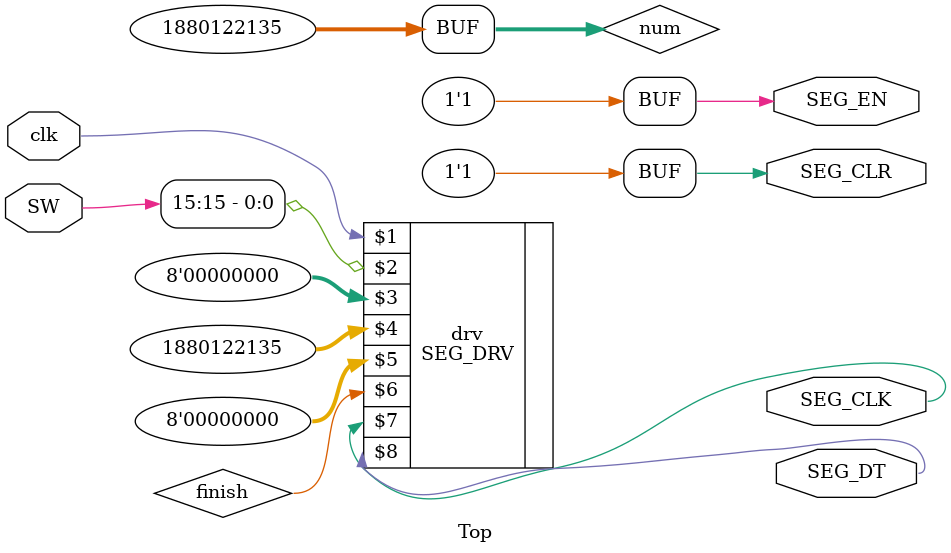
<source format=v>
`include "./Components/register/ShiftReg8b.v"
`include "./Components/io/hexDisplay/SEG_DRV.v"

module Top(
    clk,
    SW,
    SEG_CLK,
    SEG_CLR,
    SEG_DT,
    SEG_EN
);

    input wire clk;
    input wire [15:0] SW;
    output wire SEG_CLK;
    output reg SEG_CLR;
    output wire SEG_DT;
    output reg SEG_EN;

    reg [31:0] num;
    wire finish;
    wire serial_SEG;

    initial begin
        SEG_CLR = 1'b1;
        SEG_EN = 1'b1;
        num = 32'h70106317;
    end

    // 
    SEG_DRV drv(clk, SW[15], 8'b0, num, 8'b0, finish, SEG_CLK, SEG_DT);

endmodule // Top

</source>
